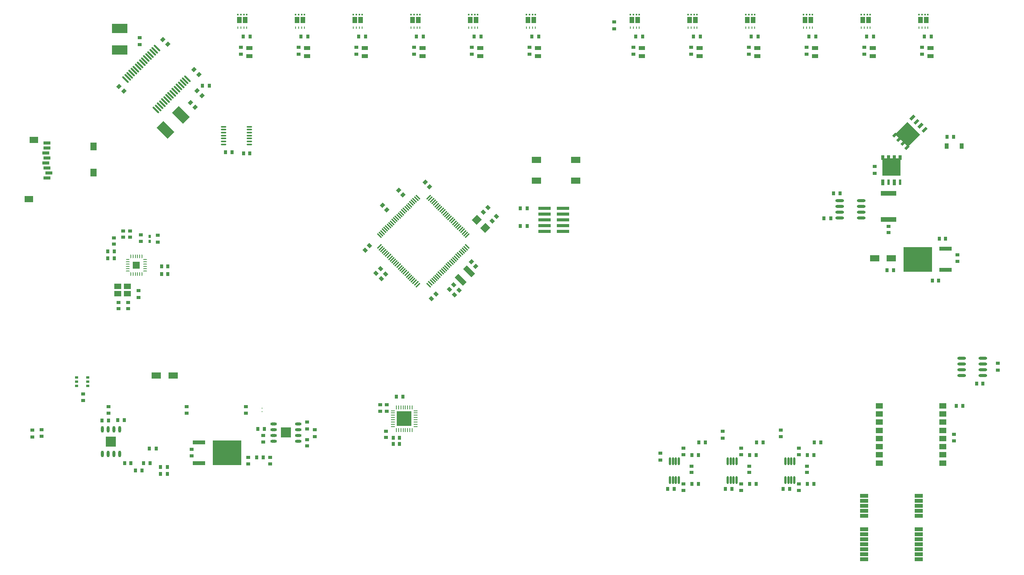
<source format=gbr>
%TF.GenerationSoftware,Altium Limited,Altium Designer,22.3.1 (43)*%
G04 Layer_Color=8421504*
%FSLAX26Y26*%
%MOIN*%
%TF.SameCoordinates,3F82FC8C-418D-4BEB-B435-CE00796308AD*%
%TF.FilePolarity,Positive*%
%TF.FileFunction,Paste,Top*%
%TF.Part,Single*%
G01*
G75*
%TA.AperFunction,SMDPad,CuDef*%
%ADD11R,0.031496X0.035433*%
%ADD12R,0.083000X0.055000*%
G04:AMPARAMS|DCode=13|XSize=33.465mil|YSize=31.496mil|CornerRadius=0mil|HoleSize=0mil|Usage=FLASHONLY|Rotation=45.000|XOffset=0mil|YOffset=0mil|HoleType=Round|Shape=Rectangle|*
%AMROTATEDRECTD13*
4,1,4,-0.000696,-0.022967,-0.022967,-0.000696,0.000696,0.022967,0.022967,0.000696,-0.000696,-0.022967,0.0*
%
%ADD13ROTATEDRECTD13*%

G04:AMPARAMS|DCode=14|XSize=33.465mil|YSize=31.496mil|CornerRadius=0mil|HoleSize=0mil|Usage=FLASHONLY|Rotation=315.000|XOffset=0mil|YOffset=0mil|HoleType=Round|Shape=Rectangle|*
%AMROTATEDRECTD14*
4,1,4,-0.022967,0.000696,-0.000696,0.022967,0.022967,-0.000696,0.000696,-0.022967,-0.022967,0.000696,0.0*
%
%ADD14ROTATEDRECTD14*%

G04:AMPARAMS|DCode=15|XSize=11.811mil|YSize=55.118mil|CornerRadius=0mil|HoleSize=0mil|Usage=FLASHONLY|Rotation=315.000|XOffset=0mil|YOffset=0mil|HoleType=Round|Shape=Round|*
%AMOVALD15*
21,1,0.043307,0.011811,0.000000,0.000000,45.0*
1,1,0.011811,-0.015311,-0.015311*
1,1,0.011811,0.015311,0.015311*
%
%ADD15OVALD15*%

G04:AMPARAMS|DCode=16|XSize=11.811mil|YSize=55.118mil|CornerRadius=0mil|HoleSize=0mil|Usage=FLASHONLY|Rotation=225.000|XOffset=0mil|YOffset=0mil|HoleType=Round|Shape=Round|*
%AMOVALD16*
21,1,0.043307,0.011811,0.000000,0.000000,315.0*
1,1,0.011811,-0.015311,0.015311*
1,1,0.011811,0.015311,-0.015311*
%
%ADD16OVALD16*%

%ADD17R,0.035433X0.031496*%
%ADD18R,0.033465X0.031496*%
G04:AMPARAMS|DCode=19|XSize=64.961mil|YSize=61.024mil|CornerRadius=0mil|HoleSize=0mil|Usage=FLASHONLY|Rotation=45.000|XOffset=0mil|YOffset=0mil|HoleType=Round|Shape=Rectangle|*
%AMROTATEDRECTD19*
4,1,4,-0.001392,-0.044542,-0.044542,-0.001392,0.001392,0.044542,0.044542,0.001392,-0.001392,-0.044542,0.0*
%
%ADD19ROTATEDRECTD19*%

G04:AMPARAMS|DCode=20|XSize=102.362mil|YSize=43.307mil|CornerRadius=0mil|HoleSize=0mil|Usage=FLASHONLY|Rotation=135.000|XOffset=0mil|YOffset=0mil|HoleType=Round|Shape=Rectangle|*
%AMROTATEDRECTD20*
4,1,4,0.051502,-0.020879,0.020879,-0.051502,-0.051502,0.020879,-0.020879,0.051502,0.051502,-0.020879,0.0*
%
%ADD20ROTATEDRECTD20*%

%ADD21R,0.029528X0.021654*%
%ADD22R,0.109843X0.029134*%
%ADD23R,0.125984X0.125984*%
%ADD24O,0.033465X0.009842*%
%ADD25O,0.009842X0.033465*%
%ADD28R,0.024000X0.050000*%
%ADD29R,0.154000X0.150000*%
G04:AMPARAMS|DCode=30|XSize=150mil|YSize=154mil|CornerRadius=0mil|HoleSize=0mil|Usage=FLASHONLY|Rotation=225.000|XOffset=0mil|YOffset=0mil|HoleType=Round|Shape=Rectangle|*
%AMROTATEDRECTD30*
4,1,4,-0.001414,0.107480,0.107480,-0.001414,0.001414,-0.107480,-0.107480,0.001414,-0.001414,0.107480,0.0*
%
%ADD30ROTATEDRECTD30*%

G04:AMPARAMS|DCode=31|XSize=50mil|YSize=24mil|CornerRadius=0mil|HoleSize=0mil|Usage=FLASHONLY|Rotation=225.000|XOffset=0mil|YOffset=0mil|HoleType=Round|Shape=Rectangle|*
%AMROTATEDRECTD31*
4,1,4,0.009192,0.026163,0.026163,0.009192,-0.009192,-0.026163,-0.026163,-0.009192,0.009192,0.026163,0.0*
%
%ADD31ROTATEDRECTD31*%

%ADD32R,0.131890X0.043307*%
%ADD33R,0.082677X0.057087*%
%ADD34R,0.108268X0.035433*%
%ADD35R,0.248031X0.216535*%
%ADD36R,0.035827X0.048032*%
G04:AMPARAMS|DCode=37|XSize=135.827mil|YSize=84.646mil|CornerRadius=0mil|HoleSize=0mil|Usage=FLASHONLY|Rotation=315.000|XOffset=0mil|YOffset=0mil|HoleType=Round|Shape=Rectangle|*
%AMROTATEDRECTD37*
4,1,4,-0.077949,0.018095,-0.018095,0.077949,0.077949,-0.018095,0.018095,-0.077949,-0.077949,0.018095,0.0*
%
%ADD37ROTATEDRECTD37*%

G04:AMPARAMS|DCode=38|XSize=15.748mil|YSize=74.803mil|CornerRadius=0mil|HoleSize=0mil|Usage=FLASHONLY|Rotation=225.000|XOffset=0mil|YOffset=0mil|HoleType=Round|Shape=Round|*
%AMOVALD38*
21,1,0.059055,0.015748,0.000000,0.000000,315.0*
1,1,0.015748,-0.020879,0.020879*
1,1,0.015748,0.020879,-0.020879*
%
%ADD38OVALD38*%

%ADD39R,0.031496X0.033465*%
%ADD40O,0.074803X0.023622*%
%ADD41O,0.023622X0.057087*%
%ADD42R,0.090157X0.090157*%
%ADD43O,0.017716X0.070866*%
%ADD44R,0.055118X0.033465*%
%ADD45R,0.135827X0.084646*%
G04:AMPARAMS|DCode=46|XSize=35.433mil|YSize=31.496mil|CornerRadius=0mil|HoleSize=0mil|Usage=FLASHONLY|Rotation=225.000|XOffset=0mil|YOffset=0mil|HoleType=Round|Shape=Rectangle|*
%AMROTATEDRECTD46*
4,1,4,0.001392,0.023663,0.023663,0.001392,-0.001392,-0.023663,-0.023663,-0.001392,0.001392,0.023663,0.0*
%
%ADD46ROTATEDRECTD46*%

%ADD47O,0.049213X0.013780*%
%ADD48R,0.090157X0.090157*%
%ADD49O,0.057087X0.023622*%
%TA.AperFunction,SMDPad,SMDef*%
%ADD50C,0.010000*%
%TA.AperFunction,SMDPad,CuDef*%
%ADD51R,0.059055X0.047244*%
%ADD52R,0.059055X0.051181*%
%ADD53R,0.074803X0.055118*%
%ADD54R,0.055118X0.070866*%
%ADD55R,0.059055X0.031496*%
G04:AMPARAMS|DCode=57|XSize=9.546mil|YSize=31.248mil|CornerRadius=4.773mil|HoleSize=0mil|Usage=FLASHONLY|Rotation=0.000|XOffset=0mil|YOffset=0mil|HoleType=Round|Shape=RoundedRectangle|*
%AMROUNDEDRECTD57*
21,1,0.009546,0.021702,0,0,0.0*
21,1,0.000000,0.031248,0,0,0.0*
1,1,0.009546,0.000000,-0.010851*
1,1,0.009546,0.000000,-0.010851*
1,1,0.009546,0.000000,0.010851*
1,1,0.009546,0.000000,0.010851*
%
%ADD57ROUNDEDRECTD57*%
G04:AMPARAMS|DCode=58|XSize=31.248mil|YSize=9.546mil|CornerRadius=4.773mil|HoleSize=0mil|Usage=FLASHONLY|Rotation=0.000|XOffset=0mil|YOffset=0mil|HoleType=Round|Shape=RoundedRectangle|*
%AMROUNDEDRECTD58*
21,1,0.031248,0.000000,0,0,0.0*
21,1,0.021702,0.009546,0,0,0.0*
1,1,0.009546,0.010851,0.000000*
1,1,0.009546,-0.010851,0.000000*
1,1,0.009546,-0.010851,0.000000*
1,1,0.009546,0.010851,0.000000*
%
%ADD58ROUNDEDRECTD58*%
%ADD59R,0.031248X0.009546*%
%ADD60R,0.019685X0.027559*%
%TA.AperFunction,NonConductor*%
%ADD186R,0.040157X0.056890*%
%ADD187R,0.013386X0.017716*%
%ADD188R,0.063495X0.063495*%
%TA.AperFunction,SMDPad,CuDef*%
%ADD189R,0.009449X0.018504*%
G36*
X8852808Y4870256D02*
X8817452Y4834901D01*
X8800482Y4851871D01*
X8835837Y4887227D01*
X8852808Y4870256D01*
D02*
G37*
G36*
X8923518Y4799545D02*
X8888163Y4764190D01*
X8871192Y4781160D01*
X8906548Y4816516D01*
X8923518Y4799545D01*
D02*
G37*
G36*
X8858465Y4748634D02*
X8760884Y4651053D01*
X8767955Y4643982D01*
X8739671Y4615698D01*
X8722700Y4632668D01*
X8742499Y4652467D01*
X8724114Y4670852D01*
X8704315Y4651053D01*
X8687345Y4668023D01*
X8707144Y4687822D01*
X8688759Y4706207D01*
X8668960Y4686408D01*
X8651989Y4703379D01*
X8671788Y4723178D01*
X8653404Y4741563D01*
X8633604Y4721764D01*
X8616634Y4738734D01*
X8644918Y4767018D01*
X8651989Y4759947D01*
X8749570Y4857528D01*
X8858465Y4748634D01*
D02*
G37*
G36*
X8697005Y4529576D02*
X8687005D01*
Y4391576D01*
X8533005D01*
Y4529576D01*
X8523005D01*
Y4569576D01*
X8547005D01*
Y4541576D01*
X8573005D01*
Y4569576D01*
X8597005D01*
Y4541576D01*
X8623005D01*
Y4569576D01*
X8647005D01*
Y4541576D01*
X8673005D01*
Y4569576D01*
X8697005D01*
Y4529576D01*
D02*
G37*
G36*
X8647005Y4309576D02*
X8623005D01*
Y4359576D01*
X8647005D01*
Y4309576D01*
D02*
G37*
G36*
X8547005D02*
X8523005D01*
Y4359576D01*
X8547005D01*
Y4309576D01*
D02*
G37*
G36*
X8881654Y1598858D02*
X8810788D01*
Y1632323D01*
X8881654D01*
Y1598858D01*
D02*
G37*
G36*
X8409212D02*
X8338346D01*
Y1632323D01*
X8409212D01*
Y1598858D01*
D02*
G37*
G36*
X8881654Y1555551D02*
X8810788D01*
Y1589016D01*
X8881654D01*
Y1555551D01*
D02*
G37*
G36*
X8409212D02*
X8338346D01*
Y1589016D01*
X8409212D01*
Y1555551D01*
D02*
G37*
G36*
X8881654Y1512244D02*
X8810788D01*
Y1545709D01*
X8881654D01*
Y1512244D01*
D02*
G37*
G36*
X8409212D02*
X8338346D01*
Y1545709D01*
X8409212D01*
Y1512244D01*
D02*
G37*
G36*
X8881654Y1468937D02*
X8810788D01*
Y1502402D01*
X8881654D01*
Y1468937D01*
D02*
G37*
G36*
X8409212D02*
X8338346D01*
Y1502402D01*
X8409212D01*
Y1468937D01*
D02*
G37*
G36*
X8881654Y1425630D02*
X8810788D01*
Y1459094D01*
X8881654D01*
Y1425630D01*
D02*
G37*
G36*
X8409212D02*
X8338346D01*
Y1459094D01*
X8409212D01*
Y1425630D01*
D02*
G37*
G36*
X8881654Y1307520D02*
X8810788D01*
Y1340984D01*
X8881654D01*
Y1307520D01*
D02*
G37*
G36*
X8409212D02*
X8338346D01*
Y1340984D01*
X8409212D01*
Y1307520D01*
D02*
G37*
G36*
X8881654Y1264213D02*
X8810788D01*
Y1297677D01*
X8881654D01*
Y1264213D01*
D02*
G37*
G36*
X8409212D02*
X8338346D01*
Y1297677D01*
X8409212D01*
Y1264213D01*
D02*
G37*
G36*
X8881654Y1220906D02*
X8810788D01*
Y1254370D01*
X8881654D01*
Y1220906D01*
D02*
G37*
G36*
X8409212D02*
X8338346D01*
Y1254370D01*
X8409212D01*
Y1220906D01*
D02*
G37*
G36*
X8881654Y1177598D02*
X8810788D01*
Y1211063D01*
X8881654D01*
Y1177598D01*
D02*
G37*
G36*
X8409212D02*
X8338346D01*
Y1211063D01*
X8409212D01*
Y1177598D01*
D02*
G37*
G36*
X8881654Y1134291D02*
X8810788D01*
Y1167756D01*
X8881654D01*
Y1134291D01*
D02*
G37*
G36*
X8409212D02*
X8338346D01*
Y1167756D01*
X8409212D01*
Y1134291D01*
D02*
G37*
G36*
X8881654Y1090984D02*
X8810788D01*
Y1124449D01*
X8881654D01*
Y1090984D01*
D02*
G37*
G36*
X8409212D02*
X8338346D01*
Y1124449D01*
X8409212D01*
Y1090984D01*
D02*
G37*
G36*
X8881654Y1047677D02*
X8810788D01*
Y1081142D01*
X8881654D01*
Y1047677D01*
D02*
G37*
G36*
X8409212D02*
X8338346D01*
Y1081142D01*
X8409212D01*
Y1047677D01*
D02*
G37*
D11*
X5395472Y4110000D02*
D03*
X5454528D02*
D03*
X5454528Y3955000D02*
D03*
X5395472D02*
D03*
X9149429Y4730249D02*
D03*
X9090374D02*
D03*
X8895472Y5600000D02*
D03*
X8954528D02*
D03*
X8395472D02*
D03*
X8454528D02*
D03*
X7895472D02*
D03*
X7954528D02*
D03*
X7395472D02*
D03*
X7454528D02*
D03*
X6895472D02*
D03*
X6954528D02*
D03*
X6395472D02*
D03*
X6454528D02*
D03*
X5495472D02*
D03*
X5554528D02*
D03*
X4995472D02*
D03*
X5054528D02*
D03*
X4495472D02*
D03*
X4554528D02*
D03*
X3995472D02*
D03*
X4054528D02*
D03*
X3495472D02*
D03*
X3554528D02*
D03*
X2995472D02*
D03*
X3054528D02*
D03*
X2242172Y2027057D02*
D03*
X2183117D02*
D03*
X7439528Y1970000D02*
D03*
X7380472D02*
D03*
X7939528D02*
D03*
X7880472D02*
D03*
X7940472Y2080000D02*
D03*
X7999528D02*
D03*
X7440472D02*
D03*
X7499528D02*
D03*
X6880472Y1720000D02*
D03*
X6939528D02*
D03*
X6940472Y2080000D02*
D03*
X6999528D02*
D03*
X6880472Y1970000D02*
D03*
X6939528D02*
D03*
X7939528Y1720000D02*
D03*
X7880472D02*
D03*
X7439528D02*
D03*
X7380472D02*
D03*
X2337087Y1805118D02*
D03*
X2278032D02*
D03*
X2337087Y1864554D02*
D03*
X2278032D02*
D03*
X2119528Y1835000D02*
D03*
X2060472D02*
D03*
X2189528Y1900000D02*
D03*
X2130472D02*
D03*
X2700353Y5171089D02*
D03*
X2641298Y5171089D02*
D03*
X8025440Y4023916D02*
D03*
X8084495D02*
D03*
D12*
X5875000Y4350000D02*
D03*
Y4530000D02*
D03*
X5535000D02*
D03*
Y4350000D02*
D03*
D13*
X4970513Y3644487D02*
D03*
X5009487Y3605513D02*
D03*
X4200513Y4134487D02*
D03*
X4239487Y4095513D02*
D03*
X4340513Y4264487D02*
D03*
X4379487Y4225513D02*
D03*
X4570513Y4334487D02*
D03*
X4609487Y4295513D02*
D03*
X2538302Y5025798D02*
D03*
X2577276Y4986824D02*
D03*
D14*
X4664487Y3364487D02*
D03*
X4625513Y3325513D02*
D03*
X4050513Y3745513D02*
D03*
X4089487Y3784487D02*
D03*
X5114487Y4114487D02*
D03*
X5075513Y4075513D02*
D03*
X5189487Y4039487D02*
D03*
X5150513Y4000513D02*
D03*
X4184487Y3584487D02*
D03*
X4145513Y3545513D02*
D03*
X4190513Y3500513D02*
D03*
X4229487Y3539487D02*
D03*
X4864487Y3399487D02*
D03*
X4825513Y3360513D02*
D03*
X4780513Y3405513D02*
D03*
X4819487Y3444487D02*
D03*
D15*
X4630165Y4178553D02*
D03*
X4312802Y3638480D02*
D03*
X4507674Y3443608D02*
D03*
X4493755Y3457527D02*
D03*
X4479835Y3471447D02*
D03*
X4465916Y3485366D02*
D03*
X4451996Y3499285D02*
D03*
X4438077Y3513205D02*
D03*
X4424157Y3527124D02*
D03*
X4410238Y3541044D02*
D03*
X4396319Y3554963D02*
D03*
X4382399Y3568883D02*
D03*
X4368480Y3582802D02*
D03*
X4354560Y3596721D02*
D03*
X4340641Y3610641D02*
D03*
X4326721Y3624560D02*
D03*
X4298883Y3652399D02*
D03*
X4284963Y3666318D02*
D03*
X4271044Y3680238D02*
D03*
X4257124Y3694157D02*
D03*
X4243205Y3708077D02*
D03*
X4229285Y3721996D02*
D03*
X4215366Y3735916D02*
D03*
X4201447Y3749835D02*
D03*
X4187527Y3763755D02*
D03*
X4173608Y3777674D02*
D03*
X4602326Y4206392D02*
D03*
X4616245Y4192473D02*
D03*
X4644084Y4164634D02*
D03*
X4658004Y4150715D02*
D03*
X4671923Y4136795D02*
D03*
X4685842Y4122876D02*
D03*
X4699762Y4108956D02*
D03*
X4713681Y4095037D02*
D03*
X4727601Y4081117D02*
D03*
X4755440Y4053278D02*
D03*
X4769359Y4039359D02*
D03*
X4783279Y4025440D02*
D03*
X4797198Y4011520D02*
D03*
X4811117Y3997601D02*
D03*
X4825037Y3983681D02*
D03*
X4838956Y3969762D02*
D03*
X4852876Y3955843D02*
D03*
X4866795Y3941923D02*
D03*
X4880715Y3928004D02*
D03*
X4894634Y3914084D02*
D03*
X4908553Y3900165D02*
D03*
X4922473Y3886245D02*
D03*
X4936392Y3872326D02*
D03*
X4741520Y4067198D02*
D03*
D16*
X4312802Y4011520D02*
D03*
X4298883Y3997601D02*
D03*
X4284963Y3983681D02*
D03*
X4271044Y3969762D02*
D03*
X4257124Y3955843D02*
D03*
X4243205Y3941923D02*
D03*
X4936392Y3777674D02*
D03*
X4922473Y3763755D02*
D03*
X4908553Y3749835D02*
D03*
X4894634Y3735916D02*
D03*
X4880715Y3721996D02*
D03*
X4866795Y3708077D02*
D03*
X4852876Y3694157D02*
D03*
X4838956Y3680238D02*
D03*
X4825037Y3666318D02*
D03*
X4811117Y3652399D02*
D03*
X4797198Y3638480D02*
D03*
X4783279Y3624560D02*
D03*
X4769359Y3610641D02*
D03*
X4755440Y3596721D02*
D03*
X4741520Y3582802D02*
D03*
X4727601Y3568883D02*
D03*
X4713681Y3554963D02*
D03*
X4699762Y3541044D02*
D03*
X4685843Y3527124D02*
D03*
X4671923Y3513205D02*
D03*
X4658004Y3499285D02*
D03*
X4644084Y3485366D02*
D03*
X4630165Y3471447D02*
D03*
X4616245Y3457527D02*
D03*
X4602326Y3443608D02*
D03*
X4173608Y3872326D02*
D03*
X4187527Y3886245D02*
D03*
X4201447Y3900165D02*
D03*
X4215366Y3914084D02*
D03*
X4229285Y3928004D02*
D03*
X4326721Y4025440D02*
D03*
X4340641Y4039359D02*
D03*
X4354560Y4053278D02*
D03*
X4368480Y4067198D02*
D03*
X4382399Y4081117D02*
D03*
X4396319Y4095037D02*
D03*
X4410238Y4108956D02*
D03*
X4424157Y4122876D02*
D03*
X4438077Y4136795D02*
D03*
X4451996Y4150715D02*
D03*
X4465916Y4164634D02*
D03*
X4479835Y4178553D02*
D03*
X4493755Y4192473D02*
D03*
X4507674Y4206392D02*
D03*
D17*
X1170000Y2125472D02*
D03*
Y2184528D02*
D03*
X8465000Y4472486D02*
D03*
Y4413431D02*
D03*
X9530914Y2764528D02*
D03*
Y2705472D02*
D03*
X7652756Y2127449D02*
D03*
Y2186504D02*
D03*
X7150000Y2114921D02*
D03*
Y2173976D02*
D03*
X6610000Y1925059D02*
D03*
Y1984114D02*
D03*
X3475000Y5445472D02*
D03*
Y5504528D02*
D03*
X3975000Y5445472D02*
D03*
Y5504528D02*
D03*
X4475000Y5445472D02*
D03*
Y5504528D02*
D03*
X4975000Y5445472D02*
D03*
Y5504528D02*
D03*
X5475000Y5445472D02*
D03*
Y5504528D02*
D03*
X6375000Y5445472D02*
D03*
Y5504528D02*
D03*
X6875000Y5445472D02*
D03*
Y5504528D02*
D03*
X7375000Y5445472D02*
D03*
Y5504528D02*
D03*
X7875000Y5445472D02*
D03*
Y5504528D02*
D03*
X8375000Y5445472D02*
D03*
Y5504528D02*
D03*
X8875000Y5445472D02*
D03*
Y5504528D02*
D03*
X2975000Y5445472D02*
D03*
Y5504528D02*
D03*
X2100007Y5529329D02*
D03*
X2100007Y5588384D02*
D03*
X3550000Y2195472D02*
D03*
Y2254528D02*
D03*
X3615000Y2130472D02*
D03*
Y2189528D02*
D03*
X6210000Y5724213D02*
D03*
Y5665158D02*
D03*
X2090000Y3335472D02*
D03*
Y3394528D02*
D03*
X2255000Y3874528D02*
D03*
Y3815472D02*
D03*
D18*
X1250000Y2132441D02*
D03*
Y2187559D02*
D03*
X1610000Y2442441D02*
D03*
Y2497559D02*
D03*
X8585000Y3897441D02*
D03*
Y3952559D02*
D03*
X4238000Y2349141D02*
D03*
Y2404259D02*
D03*
X4181102D02*
D03*
Y2349141D02*
D03*
X7880000Y1872559D02*
D03*
Y1817441D02*
D03*
X7380000Y1872559D02*
D03*
Y1817441D02*
D03*
X7310000Y2027559D02*
D03*
Y1972441D02*
D03*
X7810000Y2027559D02*
D03*
Y1972441D02*
D03*
X6810000Y1717559D02*
D03*
Y1662441D02*
D03*
Y2027559D02*
D03*
Y1972441D02*
D03*
X6880000Y1872559D02*
D03*
Y1817441D02*
D03*
X7810000Y1717559D02*
D03*
Y1662441D02*
D03*
X7310000Y1717559D02*
D03*
Y1662441D02*
D03*
X2550000Y1962441D02*
D03*
Y2017559D02*
D03*
X3020000Y2387559D02*
D03*
Y2332441D02*
D03*
X2505000D02*
D03*
Y2387559D02*
D03*
X3040000Y1892441D02*
D03*
Y1947559D02*
D03*
X3550000Y2047441D02*
D03*
Y2102559D02*
D03*
X3170000Y2082441D02*
D03*
Y2137559D02*
D03*
X4231464Y2120914D02*
D03*
Y2176032D02*
D03*
X3230000Y1892441D02*
D03*
Y1947559D02*
D03*
X1830000Y2332441D02*
D03*
Y2387559D02*
D03*
X9182025Y3704742D02*
D03*
Y3649623D02*
D03*
X9153172Y2147559D02*
D03*
Y2092441D02*
D03*
X1915000Y3292559D02*
D03*
Y3237441D02*
D03*
X2000000Y3292559D02*
D03*
Y3237441D02*
D03*
X2015000Y3857441D02*
D03*
Y3912559D02*
D03*
X1955000Y3857441D02*
D03*
Y3912559D02*
D03*
X2110000Y3877559D02*
D03*
Y3822441D02*
D03*
X1875000Y3852559D02*
D03*
Y3797441D02*
D03*
D19*
X5019506Y4010494D02*
D03*
X5090494Y3939505D02*
D03*
D20*
X4952583Y3562582D02*
D03*
X4877418Y3487418D02*
D03*
D21*
X1648228Y2642402D02*
D03*
Y2605000D02*
D03*
Y2567599D02*
D03*
X1551772D02*
D03*
Y2605000D02*
D03*
Y2642402D02*
D03*
D22*
X5765118Y4060000D02*
D03*
X5604882Y4110000D02*
D03*
Y4060000D02*
D03*
Y4010000D02*
D03*
Y3960000D02*
D03*
Y3910000D02*
D03*
X5765118D02*
D03*
Y4110000D02*
D03*
Y4010000D02*
D03*
Y3960000D02*
D03*
D23*
X4390000Y2285000D02*
D03*
D24*
X4291575Y2216102D02*
D03*
Y2235787D02*
D03*
Y2255472D02*
D03*
Y2275157D02*
D03*
Y2294843D02*
D03*
Y2314528D02*
D03*
Y2334213D02*
D03*
Y2353898D02*
D03*
X4488425D02*
D03*
Y2334213D02*
D03*
Y2314528D02*
D03*
Y2294843D02*
D03*
Y2275157D02*
D03*
Y2255472D02*
D03*
Y2235787D02*
D03*
Y2216102D02*
D03*
D25*
X4321102Y2383425D02*
D03*
X4340787D02*
D03*
X4360472D02*
D03*
X4380158D02*
D03*
X4399842D02*
D03*
X4419528D02*
D03*
X4439213D02*
D03*
X4458898D02*
D03*
Y2186575D02*
D03*
X4439213D02*
D03*
X4419528D02*
D03*
X4399842D02*
D03*
X4380158D02*
D03*
X4360472D02*
D03*
X4340787D02*
D03*
X4321102D02*
D03*
D28*
X8685005Y4334576D02*
D03*
X8585005D02*
D03*
D29*
X8610005Y4466576D02*
D03*
D30*
X8750984Y4750048D02*
D03*
D31*
X8862000Y4825708D02*
D03*
X8791289Y4896419D02*
D03*
D32*
X8585000Y4010827D02*
D03*
Y4239173D02*
D03*
D33*
X8609860Y3677182D02*
D03*
X8464191D02*
D03*
X2242165Y2660000D02*
D03*
X2387835D02*
D03*
D34*
X9079506Y3577025D02*
D03*
Y3757340D02*
D03*
X2612520Y1899842D02*
D03*
Y2080157D02*
D03*
D35*
X8837380Y3667182D02*
D03*
X2854646Y1990000D02*
D03*
D36*
X9216834Y4650327D02*
D03*
X9088094D02*
D03*
D37*
X2322563Y4787764D02*
D03*
X2454797Y4919999D02*
D03*
D38*
X2239897Y4962298D02*
D03*
X2257993Y4980393D02*
D03*
X2276088Y4998488D02*
D03*
X2294183Y5016584D02*
D03*
X2312278Y5034679D02*
D03*
X2330374Y5052774D02*
D03*
X2348469Y5070869D02*
D03*
X2366564Y5088965D02*
D03*
X2384659Y5107060D02*
D03*
X2402755Y5125155D02*
D03*
X2420850Y5143250D02*
D03*
X2438945Y5161346D02*
D03*
X2457040Y5179441D02*
D03*
X2475136Y5197536D02*
D03*
X2493231Y5215631D02*
D03*
X2511326Y5233727D02*
D03*
X1975428Y5226767D02*
D03*
X1993524Y5244862D02*
D03*
X2011619Y5262957D02*
D03*
X2029714Y5281053D02*
D03*
X2047809Y5299148D02*
D03*
X2065905Y5317243D02*
D03*
X2084000Y5335338D02*
D03*
X2102095Y5353434D02*
D03*
X2120190Y5371529D02*
D03*
X2138286Y5389624D02*
D03*
X2156381Y5407720D02*
D03*
X2174476Y5425815D02*
D03*
X2192571Y5443910D02*
D03*
X2210667Y5462005D02*
D03*
X2228762Y5480100D02*
D03*
X2246857Y5498196D02*
D03*
D39*
X4350000Y2066575D02*
D03*
X4294882D02*
D03*
X4294877Y2118757D02*
D03*
X4349995D02*
D03*
X9403472Y2590000D02*
D03*
X9348354D02*
D03*
X7172441Y1675000D02*
D03*
X7227559D02*
D03*
X6672441D02*
D03*
X6727559D02*
D03*
X7672441D02*
D03*
X7727559D02*
D03*
X2022559Y1900000D02*
D03*
X1967441D02*
D03*
X2842441Y4594684D02*
D03*
X2897559D02*
D03*
X3052666Y4584665D02*
D03*
X2997548D02*
D03*
X3112441Y1950000D02*
D03*
X3167559D02*
D03*
X3122441Y2195000D02*
D03*
X3177559D02*
D03*
X1964201Y2271220D02*
D03*
X1909083D02*
D03*
X1772441Y2270000D02*
D03*
X1827559D02*
D03*
X4322441Y2475000D02*
D03*
X4377559D02*
D03*
X9024466Y3847182D02*
D03*
X9079584D02*
D03*
X8627144Y3572182D02*
D03*
X8572025D02*
D03*
X8964466Y3482182D02*
D03*
X9019584D02*
D03*
X8164223Y4238757D02*
D03*
X8109105D02*
D03*
X9227559Y2395000D02*
D03*
X9172441D02*
D03*
X2287441Y3540000D02*
D03*
X2342559D02*
D03*
X2287441Y3605000D02*
D03*
X2342559D02*
D03*
X1877559Y3675000D02*
D03*
X1822441D02*
D03*
X1877559Y3735000D02*
D03*
X1822441D02*
D03*
D40*
X9218394Y2810000D02*
D03*
Y2760000D02*
D03*
Y2710000D02*
D03*
Y2660000D02*
D03*
X9403433Y2810000D02*
D03*
Y2760000D02*
D03*
Y2710000D02*
D03*
Y2660000D02*
D03*
X8162480Y4175000D02*
D03*
Y4125000D02*
D03*
Y4075000D02*
D03*
Y4025000D02*
D03*
X8347520Y4175000D02*
D03*
Y4125000D02*
D03*
Y4075000D02*
D03*
Y4025000D02*
D03*
D41*
X1775000Y1977716D02*
D03*
X1825000D02*
D03*
X1875000D02*
D03*
X1925000D02*
D03*
X1775000Y2192283D02*
D03*
X1825000D02*
D03*
X1875000D02*
D03*
X1925000D02*
D03*
D42*
X1850000Y2085000D02*
D03*
D43*
X7691614Y1753307D02*
D03*
X7717205D02*
D03*
X7742795D02*
D03*
X7768386D02*
D03*
X7691614Y1916693D02*
D03*
X7717205D02*
D03*
X7742795D02*
D03*
X7768386D02*
D03*
X7191614Y1753307D02*
D03*
X7217205D02*
D03*
X7242795D02*
D03*
X7268386D02*
D03*
X7191614Y1916693D02*
D03*
X7217205D02*
D03*
X7242795D02*
D03*
X7268386D02*
D03*
X6768386D02*
D03*
X6742795D02*
D03*
X6717205D02*
D03*
X6691614D02*
D03*
X6768386Y1753307D02*
D03*
X6742795D02*
D03*
X6717205D02*
D03*
X6691614D02*
D03*
D44*
X3550000Y5430551D02*
D03*
Y5499449D02*
D03*
X4050000Y5430551D02*
D03*
Y5499449D02*
D03*
X4550000Y5430551D02*
D03*
Y5499449D02*
D03*
X5050000Y5430551D02*
D03*
Y5499449D02*
D03*
X5550000Y5430551D02*
D03*
Y5499449D02*
D03*
X6450000Y5430551D02*
D03*
Y5499449D02*
D03*
X6950000Y5430551D02*
D03*
Y5499449D02*
D03*
X7450000Y5430551D02*
D03*
Y5499449D02*
D03*
X7950000Y5430551D02*
D03*
Y5499449D02*
D03*
X8450000Y5430551D02*
D03*
Y5499449D02*
D03*
X8950000Y5430551D02*
D03*
Y5499449D02*
D03*
X3050000Y5430551D02*
D03*
Y5499449D02*
D03*
D45*
X1926098Y5482400D02*
D03*
Y5669408D02*
D03*
D46*
X2341314Y5531680D02*
D03*
X2299556Y5573438D02*
D03*
X2569450Y5311338D02*
D03*
X2611209Y5269580D02*
D03*
X2596764Y5127702D02*
D03*
X2638522Y5085944D02*
D03*
X1960200Y5124515D02*
D03*
X1918442Y5166273D02*
D03*
D47*
X3047744Y4662893D02*
D03*
Y4688484D02*
D03*
Y4714074D02*
D03*
Y4739665D02*
D03*
Y4765255D02*
D03*
Y4790846D02*
D03*
Y4816436D02*
D03*
X2825303Y4662893D02*
D03*
Y4688484D02*
D03*
Y4714074D02*
D03*
Y4739665D02*
D03*
Y4765255D02*
D03*
Y4790846D02*
D03*
Y4816436D02*
D03*
D48*
X3365000Y2165000D02*
D03*
D49*
X3257717Y2240000D02*
D03*
Y2190000D02*
D03*
Y2140000D02*
D03*
Y2090000D02*
D03*
X3472284Y2240000D02*
D03*
Y2190000D02*
D03*
Y2140000D02*
D03*
Y2090000D02*
D03*
D50*
X3160000Y2375000D02*
D03*
Y2345000D02*
D03*
D51*
X1908268Y3431496D02*
D03*
X1991732D02*
D03*
Y3368504D02*
D03*
X1908268D02*
D03*
D52*
X9055000Y1900000D02*
D03*
X8503819D02*
D03*
Y1970866D02*
D03*
Y2041732D02*
D03*
Y2112598D02*
D03*
Y2183465D02*
D03*
Y2254331D02*
D03*
Y2325197D02*
D03*
Y2396063D02*
D03*
X9055000D02*
D03*
Y2325197D02*
D03*
Y2254331D02*
D03*
Y2183465D02*
D03*
Y2112598D02*
D03*
Y2041732D02*
D03*
Y1970866D02*
D03*
D53*
X1137126Y4189567D02*
D03*
X1182402Y4703346D02*
D03*
D54*
X1700118Y4419882D02*
D03*
Y4644291D02*
D03*
D55*
X1294606Y4676181D02*
D03*
Y4632874D02*
D03*
X1286732Y4589567D02*
D03*
X1294606Y4546260D02*
D03*
X1286732Y4502953D02*
D03*
X1294606Y4459646D02*
D03*
X1310354Y4416339D02*
D03*
X1294606Y4373032D02*
D03*
D57*
X2020787Y3691319D02*
D03*
X2040472D02*
D03*
X2060157D02*
D03*
X2079843D02*
D03*
X2099528D02*
D03*
X2119213D02*
D03*
Y3538681D02*
D03*
X2099528D02*
D03*
X2079843D02*
D03*
X2060157D02*
D03*
X2040472D02*
D03*
X2020787D02*
D03*
D58*
X2146319Y3664213D02*
D03*
Y3644528D02*
D03*
Y3624843D02*
D03*
Y3605157D02*
D03*
Y3585472D02*
D03*
Y3565787D02*
D03*
X1993681D02*
D03*
Y3585472D02*
D03*
Y3605157D02*
D03*
Y3624843D02*
D03*
Y3644528D02*
D03*
D59*
Y3664213D02*
D03*
D60*
X2185000Y3866653D02*
D03*
Y3823347D02*
D03*
D186*
X8913386Y5741831D02*
D03*
X8863386Y5741831D02*
D03*
X8413386Y5741831D02*
D03*
X8363386Y5741831D02*
D03*
X7913386Y5741831D02*
D03*
X7863386Y5741831D02*
D03*
X7413386Y5741831D02*
D03*
X7363386Y5741831D02*
D03*
X6913386Y5741831D02*
D03*
X6863386Y5741831D02*
D03*
X6413386Y5741831D02*
D03*
X6363386Y5741831D02*
D03*
X5513386Y5741831D02*
D03*
X5463386Y5741831D02*
D03*
X5013386Y5741831D02*
D03*
X4963386Y5741831D02*
D03*
X4513386Y5741831D02*
D03*
X4463386Y5741831D02*
D03*
X4013386Y5741831D02*
D03*
X3963386Y5741831D02*
D03*
X3513386Y5741831D02*
D03*
X3463386Y5741831D02*
D03*
X3013386Y5741831D02*
D03*
X2963386Y5741831D02*
D03*
D187*
X8926774Y5787991D02*
D03*
X8901181Y5787989D02*
D03*
X8875591D02*
D03*
X8850003Y5787992D02*
D03*
X8426774Y5787991D02*
D03*
X8401181Y5787989D02*
D03*
X8375591D02*
D03*
X8350003Y5787992D02*
D03*
X7926774Y5787991D02*
D03*
X7901181Y5787989D02*
D03*
X7875591D02*
D03*
X7850003Y5787992D02*
D03*
X7426774Y5787991D02*
D03*
X7401181Y5787989D02*
D03*
X7375591D02*
D03*
X7350003Y5787992D02*
D03*
X6926774Y5787991D02*
D03*
X6901181Y5787989D02*
D03*
X6875591D02*
D03*
X6850003Y5787992D02*
D03*
X6426774Y5787991D02*
D03*
X6401181Y5787989D02*
D03*
X6375591D02*
D03*
X6350003Y5787992D02*
D03*
X5526774Y5787991D02*
D03*
X5501181Y5787989D02*
D03*
X5475591D02*
D03*
X5450003Y5787992D02*
D03*
X5026774Y5787991D02*
D03*
X5001181Y5787989D02*
D03*
X4975591D02*
D03*
X4950003Y5787992D02*
D03*
X4526774Y5787991D02*
D03*
X4501181Y5787989D02*
D03*
X4475591D02*
D03*
X4450003Y5787992D02*
D03*
X4026774Y5787991D02*
D03*
X4001181Y5787989D02*
D03*
X3975590D02*
D03*
X3950003Y5787992D02*
D03*
X3526774Y5787991D02*
D03*
X3501181Y5787988D02*
D03*
X3475590D02*
D03*
X3450003Y5787992D02*
D03*
X3026774Y5787991D02*
D03*
X3001181Y5787989D02*
D03*
X2975590D02*
D03*
X2950003Y5787992D02*
D03*
D188*
X2070000Y3615000D02*
D03*
D189*
X8901181Y5675000D02*
D03*
X8926772D02*
D03*
X8875591D02*
D03*
X8850000D02*
D03*
X8401181D02*
D03*
X8426772D02*
D03*
X8375591D02*
D03*
X8350000D02*
D03*
X7901181D02*
D03*
X7926772D02*
D03*
X7875591D02*
D03*
X7850000D02*
D03*
X7401181D02*
D03*
X7426772D02*
D03*
X7375591D02*
D03*
X7350000D02*
D03*
X6901181D02*
D03*
X6926772D02*
D03*
X6875591D02*
D03*
X6850000D02*
D03*
X6401181D02*
D03*
X6426772D02*
D03*
X6375591D02*
D03*
X6350000D02*
D03*
X5501181D02*
D03*
X5526772D02*
D03*
X5475591D02*
D03*
X5450000D02*
D03*
X5001181D02*
D03*
X5026772D02*
D03*
X4975591D02*
D03*
X4950000D02*
D03*
X4501181D02*
D03*
X4526772D02*
D03*
X4475591D02*
D03*
X4450000D02*
D03*
X4001181D02*
D03*
X4026772D02*
D03*
X3975591D02*
D03*
X3950000D02*
D03*
X3501181D02*
D03*
X3526772D02*
D03*
X3475591D02*
D03*
X3450000D02*
D03*
X3001181D02*
D03*
X3026772D02*
D03*
X2975591D02*
D03*
X2950000D02*
D03*
%TF.MD5,3a1d3043cd1432ba40bf550f21b2d4a7*%
M02*

</source>
